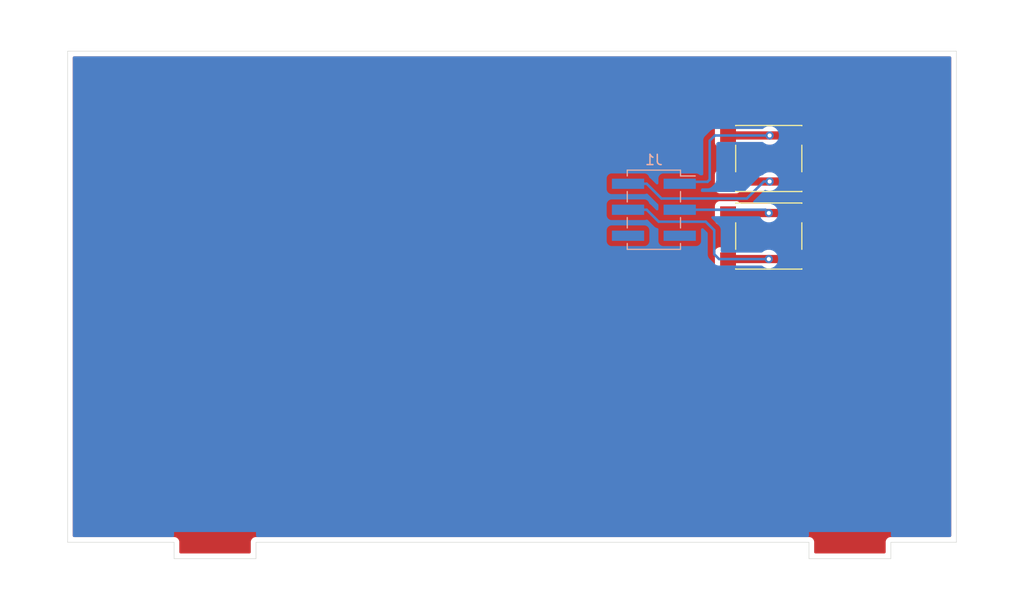
<source format=kicad_pcb>
(kicad_pcb (version 20211014) (generator pcbnew)
  (layers (0 "F.Cu" signal) (31 "B.Cu" signal) (34 "B.Paste" user) (35 "F.Paste" user) (36 "B.SilkS" user "B.Silkscreen") (37 "F.SilkS" user "F.Silkscreen") (38 "B.Mask" user) (39 "F.Mask" user) (44 "Edge.Cuts" user))
  (net 0 "")
  (net 1 "Net-(J1-Pad1)")
  (net 2 "Net-(J1-Pad2)")
  (net 3 "Net-(J1-Pad3)")
  (net 4 "Net-(J1-Pad4)")
  (footprint "Button_Switch_SMD:SW_Push_1P1T_NO_6x6mm_H9.5mm" (layer "F.Cu") (at 190.075001 80.490001)
    (fp_text reference "SW1" hide)
    (fp_text value "SW_Push")
    (fp_line (start 3.23 -1.3) (end 3.23 1.3) (layer "F.SilkS") (width 0.12))
    (fp_line (start 3.23 3.23) (end 3.23 3.2) (layer "F.SilkS") (width 0.12))
    (fp_line (start -3.23 3.23) (end 3.23 3.23) (layer "F.SilkS") (width 0.12))
    (fp_line (start -3.23 -3.23) (end 3.23 -3.23) (layer "F.SilkS") (width 0.12))
    (fp_line (start 3.23 -3.23) (end 3.23 -3.2) (layer "F.SilkS") (width 0.12))
    (fp_line (start -3.23 3.23) (end -3.23 3.2) (layer "F.SilkS") (width 0.12))
    (fp_line (start -3.23 -1.3) (end -3.23 1.3) (layer "F.SilkS") (width 0.12))
    (fp_line (start -3.23 -3.2) (end -3.23 -3.23) (layer "F.SilkS") (width 0.12))
    (pad "1" smd rect locked (at -3.975 -2.25) (size 1.55 1.3) (layers "F.Cu" "F.Paste" "F.Mask") (net 1 "Net-(J1-Pad1)"))
    (pad "1" smd rect locked (at 3.975 -2.25) (size 1.55 1.3) (layers "F.Cu" "F.Paste" "F.Mask") (net 1 "Net-(J1-Pad1)"))
    (pad "2" smd rect locked (at -3.975 2.25) (size 1.55 1.3) (layers "F.Cu" "F.Paste" "F.Mask") (net 2 "Net-(J1-Pad2)"))
    (pad "2" smd rect locked (at 3.975 2.25) (size 1.55 1.3) (layers "F.Cu" "F.Paste" "F.Mask") (net 2 "Net-(J1-Pad2)"))
  )
  (footprint "Button_Switch_SMD:SW_Push_1P1T_NO_6x6mm_H9.5mm" (layer "F.Cu") (at 190.075001 88.070001)
    (fp_text reference "SW2" hide)
    (fp_text value "SW_Push")
    (fp_line (start -3.23 3.23) (end -3.23 3.2) (layer "F.SilkS") (width 0.12))
    (fp_line (start 3.23 -3.23) (end 3.23 -3.2) (layer "F.SilkS") (width 0.12))
    (fp_line (start -3.23 -1.3) (end -3.23 1.3) (layer "F.SilkS") (width 0.12))
    (fp_line (start -3.23 -3.2) (end -3.23 -3.23) (layer "F.SilkS") (width 0.12))
    (fp_line (start 3.23 -1.3) (end 3.23 1.3) (layer "F.SilkS") (width 0.12))
    (fp_line (start -3.23 3.23) (end 3.23 3.23) (layer "F.SilkS") (width 0.12))
    (fp_line (start 3.23 3.23) (end 3.23 3.2) (layer "F.SilkS") (width 0.12))
    (fp_line (start -3.23 -3.23) (end 3.23 -3.23) (layer "F.SilkS") (width 0.12))
    (pad "1" smd rect locked (at 3.975 -2.25) (size 1.55 1.3) (layers "F.Cu" "F.Paste" "F.Mask") (net 3 "Net-(J1-Pad3)"))
    (pad "1" smd rect locked (at -3.975 -2.25) (size 1.55 1.3) (layers "F.Cu" "F.Paste" "F.Mask") (net 3 "Net-(J1-Pad3)"))
    (pad "2" smd rect locked (at -3.975 2.25) (size 1.55 1.3) (layers "F.Cu" "F.Paste" "F.Mask") (net 4 "Net-(J1-Pad4)"))
    (pad "2" smd rect locked (at 3.975 2.25) (size 1.55 1.3) (layers "F.Cu" "F.Paste" "F.Mask") (net 4 "Net-(J1-Pad4)"))
  )
  (footprint "Connector_PinHeader_2.54mm:PinHeader_2x03_P2.54mm_Vertical_SMD" (layer "B.Cu") (at 178.855 85.5 180)
    (fp_text reference "J1" (at 0 4.87) (layer "B.SilkS") (effects (justify mirror)))
    (fp_text value "Conn_01x06_Male")
    (fp_line (start 2.6 -0.76) (end 2.6 -1.78) (layer "B.SilkS") (width 0.12))
    (fp_line (start -2.6 -3.3) (end -2.6 -3.87) (layer "B.SilkS") (width 0.12))
    (fp_line (start -2.6 -0.76) (end -2.6 -1.78) (layer "B.SilkS") (width 0.12))
    (fp_line (start -2.6 1.78) (end -2.6 0.76) (layer "B.SilkS") (width 0.12))
    (fp_line (start 2.6 -3.3) (end 2.6 -3.87) (layer "B.SilkS") (width 0.12))
    (fp_line (start -2.6 3.87) (end 2.6 3.87) (layer "B.SilkS") (width 0.12))
    (fp_line (start -2.6 3.87) (end -2.6 3.3) (layer "B.SilkS") (width 0.12))
    (fp_line (start -4.04 3.3) (end -2.6 3.3) (layer "B.SilkS") (width 0.12))
    (fp_line (start -2.6 -3.87) (end 2.6 -3.87) (layer "B.SilkS") (width 0.12))
    (fp_line (start 2.6 1.78) (end 2.6 0.76) (layer "B.SilkS") (width 0.12))
    (fp_line (start 2.6 3.87) (end 2.6 3.3) (layer "B.SilkS") (width 0.12))
    (pad "1" smd rect locked (at -2.525 2.54 180) (size 3.15 1) (layers "B.Cu" "B.Paste" "B.Mask") (net 1 "Net-(J1-Pad1)"))
    (pad "2" smd rect locked (at 2.525 2.54 180) (size 3.15 1) (layers "B.Cu" "B.Paste" "B.Mask") (net 2 "Net-(J1-Pad2)"))
    (pad "3" smd rect locked (at -2.525 0 180) (size 3.15 1) (layers "B.Cu" "B.Paste" "B.Mask") (net 3 "Net-(J1-Pad3)"))
    (pad "4" smd rect locked (at 2.525 0 180) (size 3.15 1) (layers "B.Cu" "B.Paste" "B.Mask") (net 4 "Net-(J1-Pad4)"))
    (pad "5" smd rect locked (at -2.525 -2.54 180) (size 3.15 1) (layers "B.Cu" "B.Paste" "B.Mask"))
    (pad "6" smd rect locked (at 2.525 -2.54 180) (size 3.15 1) (layers "B.Cu" "B.Paste" "B.Mask"))
  )
  (gr_line (start 140 118) (end 194 118) (layer "Edge.Cuts") (width 0.05))
  (gr_line (start 208.4 118) (end 202 118) (layer "Edge.Cuts") (width 0.05))
  (gr_line (start 208.4 70) (end 208.4 118) (layer "Edge.Cuts") (width 0.05))
  (gr_line (start 121.6 70) (end 121.6 118) (layer "Edge.Cuts") (width 0.05))
  (gr_line (start 132 119.6) (end 140 119.6) (layer "Edge.Cuts") (width 0.05))
  (gr_line (start 202 118) (end 202 119.6) (layer "Edge.Cuts") (width 0.05))
  (gr_line (start 132 118) (end 132 119.6) (layer "Edge.Cuts") (width 0.05))
  (gr_line (start 202 119.6) (end 194 119.6) (layer "Edge.Cuts") (width 0.05))
  (gr_line (start 194 119.6) (end 194 118) (layer "Edge.Cuts") (width 0.05))
  (gr_line (start 121.6 118) (end 132 118) (layer "Edge.Cuts") (width 0.05))
  (gr_line (start 140 119.6) (end 140 118) (layer "Edge.Cuts") (width 0.05))
  (gr_line (start 121.6 70) (end 208.4 70) (layer "Edge.Cuts") (width 0.05))
  (segment (start 190.159999 78.240001) (end 194.050001 78.240001) (width 0.8) (layer "F.Cu") (net 1))
  (segment (start 186.100001 78.240001) (end 190.159999 78.240001) (width 0.8) (layer "F.Cu") (net 1))
  (via (at 190.159999 78.240001) (size 0.8) (drill 0.4) (layers "F.Cu" "B.Cu") (net 1))
  (segment (start 182.645 82.77) (end 184.09 82.77) (width 0.25) (layer "B.Cu") (net 1))
  (segment (start 182.455 82.96) (end 182.645 82.77) (width 0.25) (layer "B.Cu") (net 1))
  (segment (start 184.31 82.55) (end 184.31 78.75) (width 0.25) (layer "B.Cu") (net 1))
  (segment (start 181.38 82.96) (end 182.455 82.96) (width 0.25) (layer "B.Cu") (net 1))
  (segment (start 184.09 82.77) (end 184.31 82.55) (width 0.25) (layer "B.Cu") (net 1))
  (segment (start 184.31 78.75) (end 184.819999 78.240001) (width 0.25) (layer "B.Cu") (net 1))
  (segment (start 184.819999 78.240001) (end 190.159999 78.240001) (width 0.25) (layer "B.Cu") (net 1))
  (segment (start 190.159999 82.740001) (end 186.100001 82.740001) (width 0.8) (layer "F.Cu") (net 2))
  (segment (start 194.050001 82.740001) (end 190.159999 82.740001) (width 0.8) (layer "F.Cu") (net 2))
  (via (at 190.159999 82.740001) (size 0.8) (drill 0.4) (layers "F.Cu" "B.Cu") (net 2))
  (segment (start 187.934315 84.4) (end 179.595 84.4) (width 0.25) (layer "B.Cu") (net 2))
  (segment (start 189.594314 82.740001) (end 187.934315 84.4) (width 0.25) (layer "B.Cu") (net 2))
  (segment (start 178.155 82.96) (end 176.33 82.96) (width 0.25) (layer "B.Cu") (net 2))
  (segment (start 190.159999 82.740001) (end 189.594314 82.740001) (width 0.25) (layer "B.Cu") (net 2))
  (segment (start 179.595 84.4) (end 178.155 82.96) (width 0.25) (layer "B.Cu") (net 2))
  (segment (start 190.079999 85.820001) (end 194.050001 85.820001) (width 0.8) (layer "F.Cu") (net 3))
  (segment (start 186.100001 85.820001) (end 190.079999 85.820001) (width 0.8) (layer "F.Cu") (net 3))
  (via (at 190.079999 85.820001) (size 0.8) (drill 0.4) (layers "F.Cu" "B.Cu") (net 3))
  (segment (start 189.759998 85.5) (end 190.079999 85.820001) (width 0.25) (layer "B.Cu") (net 3))
  (segment (start 181.38 85.5) (end 189.759998 85.5) (width 0.25) (layer "B.Cu") (net 3))
  (segment (start 190.079999 90.320001) (end 186.100001 90.320001) (width 0.8) (layer "F.Cu") (net 4))
  (segment (start 194.050001 90.320001) (end 190.079999 90.320001) (width 0.8) (layer "F.Cu") (net 4))
  (via (at 190.079999 90.320001) (size 0.8) (drill 0.4) (layers "F.Cu" "B.Cu") (net 4))
  (segment (start 179.325 86.67) (end 183.92 86.67) (width 0.25) (layer "B.Cu") (net 4))
  (segment (start 185.220001 90.320001) (end 190.079999 90.320001) (width 0.25) (layer "B.Cu") (net 4))
  (segment (start 183.92 86.67) (end 184.75 87.5) (width 0.25) (layer "B.Cu") (net 4))
  (segment (start 178.155 85.5) (end 179.325 86.67) (width 0.25) (layer "B.Cu") (net 4))
  (segment (start 176.33 85.5) (end 178.155 85.5) (width 0.25) (layer "B.Cu") (net 4))
  (segment (start 184.75 87.5) (end 184.75 89.85) (width 0.25) (layer "B.Cu") (net 4))
  (segment (start 184.75 89.85) (end 185.220001 90.320001) (width 0.25) (layer "B.Cu") (net 4))
  (zone (net 0) (net_name "") (layer "F.Cu") (connect_pads yes (clearance 0.508)) (min_thickness 0.254) (fill yes (thermal_gap 0.508) (thermal_bridge_width 0.508))
    (polygon (pts (xy 117.5 67.5) (xy 117.5 122.5) (xy 212.5 122.5) (xy 212.5 67.5)))
  )
  (zone (net 0) (net_name "") (layer "B.Cu") (connect_pads yes (clearance 0.508)) (min_thickness 0.254) (fill yes (thermal_gap 0.508) (thermal_bridge_width 0.508))
    (polygon (pts (xy 115 65) (xy 115 125) (xy 215 125) (xy 215 65)))
  )
  (zone (net 0) (net_name "") (layer "B.Cu") (connect_pads (clearance 0)) (min_thickness 0.254)
    (keepout (tracks not_allowed) (vias not_allowed) (pads allowed) (copperpour not_allowed) (footprints allowed))
    (fill (thermal_gap 0.508) (thermal_bridge_width 0.508))
    (polygon (pts (xy 132 120) (xy 140 120) (xy 140 117) (xy 132 117)))
  )
  (zone (net 0) (net_name "") (layer "B.Cu") (connect_pads (clearance 0)) (min_thickness 0.254)
    (keepout (tracks not_allowed) (vias not_allowed) (pads allowed) (copperpour not_allowed) (footprints allowed))
    (fill (thermal_gap 0.508) (thermal_bridge_width 0.508))
    (polygon (pts (xy 194 120) (xy 202 120) (xy 202 117) (xy 194 117)))
  )
)
</source>
